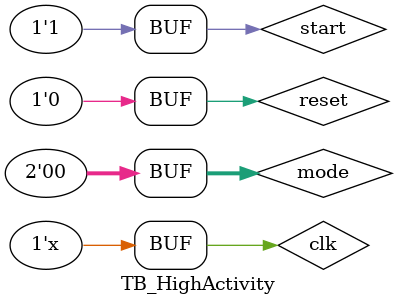
<source format=v>
`timescale 1ns / 1ps

module TB_HighActivity();

reg clk = 0;
reg start = 0;
reg reset = 0;
reg[1:0] mode = 2'b00;
wire pulse;
wire [15:0] highActivityTime;

always #1000000 clk = ~clk;
PulseGenerator gen(clk, start, mode, pulse);
HighActivity HA(clk, reset, pulse, highActivityTime);

initial begin
    mode = 2'b10;
    start = 1;
    #2000000000;
    #2000000000;
    #2000000000;
    #2000000000;
    #2000000000;
    #2000000000;
    #2000000000;
    #2000000000;
    #2000000000;
    #2000000000;
    #2000000000;
    #2000000000;
    #2000000000;
    #2000000000;
    #2000000000;
    #2000000000;
    #2000000000;
    #2000000000;
    #2000000000;
    #2000000000;
    #2000000000;
    #2000000000;
    #2000000000;
    #2000000000;
    #2000000000;
    #2000000000;
    #2000000000;
    #2000000000;
    #2000000000;
    #2000000000;
    #2000000000;
    mode = 2'b00;
    #2000000000;
    #2000000000;
    #2000000000;
    reset = 1;
    mode = 2'b01;
    #2000000000;
    reset = 0;
    #2000000000;
    #2000000000;
    #2000000000;
    #2000000000;
    #2000000000;
    #2000000000;
    #2000000000;
    #2000000000;
    #2000000000;
    #2000000000;
    #2000000000;
    #2000000000;
    #2000000000;
    #2000000000;
    #2000000000;
    #2000000000;
    #2000000000;
    mode = 2'b00;
    #2000000000;
    #2000000000;
    mode = 2'b01;
    #2000000000;
    #2000000000;
    #2000000000;
    #2000000000;
    #2000000000;
    #2000000000;
    #2000000000;
    #2000000000;
    #2000000000;
    #2000000000;
    #2000000000;
    #2000000000;
    #2000000000;
    #2000000000;
    #2000000000;
    #2000000000;
    #2000000000;
    #2000000000;
    #2000000000;
    #2000000000;
    #2000000000;
    #2000000000;
    #2000000000;
    #2000000000;
    #2000000000;
    #2000000000;
    #2000000000;
    #2000000000;
    #2000000000;
    #2000000000;
    #2000000000;
    mode = 2'b00;
    
end

endmodule

</source>
